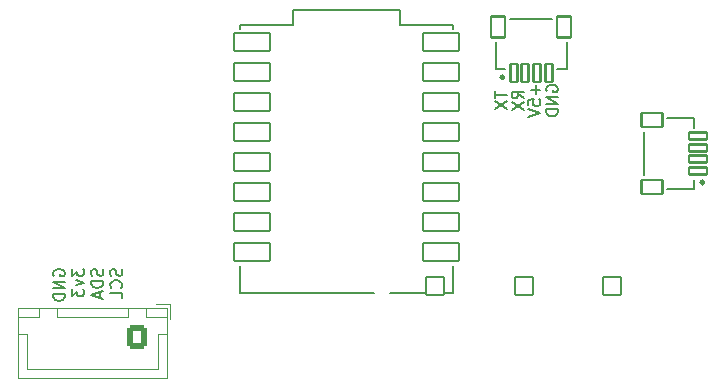
<source format=gbr>
%TF.GenerationSoftware,KiCad,Pcbnew,8.0.3*%
%TF.CreationDate,2024-10-26T21:30:25-07:00*%
%TF.ProjectId,oled_controller,6f6c6564-5f63-46f6-9e74-726f6c6c6572,rev?*%
%TF.SameCoordinates,Original*%
%TF.FileFunction,Legend,Bot*%
%TF.FilePolarity,Positive*%
%FSLAX46Y46*%
G04 Gerber Fmt 4.6, Leading zero omitted, Abs format (unit mm)*
G04 Created by KiCad (PCBNEW 8.0.3) date 2024-10-26 21:30:25*
%MOMM*%
%LPD*%
G01*
G04 APERTURE LIST*
G04 Aperture macros list*
%AMRoundRect*
0 Rectangle with rounded corners*
0 $1 Rounding radius*
0 $2 $3 $4 $5 $6 $7 $8 $9 X,Y pos of 4 corners*
0 Add a 4 corners polygon primitive as box body*
4,1,4,$2,$3,$4,$5,$6,$7,$8,$9,$2,$3,0*
0 Add four circle primitives for the rounded corners*
1,1,$1+$1,$2,$3*
1,1,$1+$1,$4,$5*
1,1,$1+$1,$6,$7*
1,1,$1+$1,$8,$9*
0 Add four rect primitives between the rounded corners*
20,1,$1+$1,$2,$3,$4,$5,0*
20,1,$1+$1,$4,$5,$6,$7,0*
20,1,$1+$1,$6,$7,$8,$9,0*
20,1,$1+$1,$8,$9,$2,$3,0*%
G04 Aperture macros list end*
%ADD10C,0.150000*%
%ADD11C,0.127000*%
%ADD12C,0.300000*%
%ADD13C,0.120000*%
%ADD14C,1.000000*%
%ADD15RoundRect,0.102000X1.512500X0.762000X-1.512500X0.762000X-1.512500X-0.762000X1.512500X-0.762000X0*%
%ADD16RoundRect,0.102000X-0.600000X-0.900000X0.600000X-0.900000X0.600000X0.900000X-0.600000X0.900000X0*%
%ADD17RoundRect,0.102000X-0.300000X-0.775000X0.300000X-0.775000X0.300000X0.775000X-0.300000X0.775000X0*%
%ADD18C,3.200000*%
%ADD19RoundRect,0.102000X-0.754000X0.754000X-0.754000X-0.754000X0.754000X-0.754000X0.754000X0.754000X0*%
%ADD20C,1.712000*%
%ADD21R,1.700000X1.700000*%
%ADD22O,1.700000X1.700000*%
%ADD23RoundRect,0.250000X0.600000X0.725000X-0.600000X0.725000X-0.600000X-0.725000X0.600000X-0.725000X0*%
%ADD24O,1.700000X1.950000*%
%ADD25RoundRect,0.102000X0.775000X-0.300000X0.775000X0.300000X-0.775000X0.300000X-0.775000X-0.300000X0*%
%ADD26RoundRect,0.102000X0.900000X-0.600000X0.900000X0.600000X-0.900000X0.600000X-0.900000X-0.600000X0*%
G04 APERTURE END LIST*
D10*
X98854819Y-56738095D02*
X98854819Y-57309523D01*
X99854819Y-57023809D02*
X98854819Y-57023809D01*
X98854819Y-57547619D02*
X99854819Y-58214285D01*
X98854819Y-58214285D02*
X99854819Y-57547619D01*
X101254819Y-57333333D02*
X100778628Y-57000000D01*
X101254819Y-56761905D02*
X100254819Y-56761905D01*
X100254819Y-56761905D02*
X100254819Y-57142857D01*
X100254819Y-57142857D02*
X100302438Y-57238095D01*
X100302438Y-57238095D02*
X100350057Y-57285714D01*
X100350057Y-57285714D02*
X100445295Y-57333333D01*
X100445295Y-57333333D02*
X100588152Y-57333333D01*
X100588152Y-57333333D02*
X100683390Y-57285714D01*
X100683390Y-57285714D02*
X100731009Y-57238095D01*
X100731009Y-57238095D02*
X100778628Y-57142857D01*
X100778628Y-57142857D02*
X100778628Y-56761905D01*
X100254819Y-57666667D02*
X101254819Y-58333333D01*
X100254819Y-58333333D02*
X101254819Y-57666667D01*
X102273866Y-56214286D02*
X102273866Y-56976191D01*
X102654819Y-56595238D02*
X101892914Y-56595238D01*
X101654819Y-57928571D02*
X101654819Y-57452381D01*
X101654819Y-57452381D02*
X102131009Y-57404762D01*
X102131009Y-57404762D02*
X102083390Y-57452381D01*
X102083390Y-57452381D02*
X102035771Y-57547619D01*
X102035771Y-57547619D02*
X102035771Y-57785714D01*
X102035771Y-57785714D02*
X102083390Y-57880952D01*
X102083390Y-57880952D02*
X102131009Y-57928571D01*
X102131009Y-57928571D02*
X102226247Y-57976190D01*
X102226247Y-57976190D02*
X102464342Y-57976190D01*
X102464342Y-57976190D02*
X102559580Y-57928571D01*
X102559580Y-57928571D02*
X102607200Y-57880952D01*
X102607200Y-57880952D02*
X102654819Y-57785714D01*
X102654819Y-57785714D02*
X102654819Y-57547619D01*
X102654819Y-57547619D02*
X102607200Y-57452381D01*
X102607200Y-57452381D02*
X102559580Y-57404762D01*
X101654819Y-58261905D02*
X102654819Y-58595238D01*
X102654819Y-58595238D02*
X101654819Y-58928571D01*
X103202438Y-56738095D02*
X103154819Y-56642857D01*
X103154819Y-56642857D02*
X103154819Y-56500000D01*
X103154819Y-56500000D02*
X103202438Y-56357143D01*
X103202438Y-56357143D02*
X103297676Y-56261905D01*
X103297676Y-56261905D02*
X103392914Y-56214286D01*
X103392914Y-56214286D02*
X103583390Y-56166667D01*
X103583390Y-56166667D02*
X103726247Y-56166667D01*
X103726247Y-56166667D02*
X103916723Y-56214286D01*
X103916723Y-56214286D02*
X104011961Y-56261905D01*
X104011961Y-56261905D02*
X104107200Y-56357143D01*
X104107200Y-56357143D02*
X104154819Y-56500000D01*
X104154819Y-56500000D02*
X104154819Y-56595238D01*
X104154819Y-56595238D02*
X104107200Y-56738095D01*
X104107200Y-56738095D02*
X104059580Y-56785714D01*
X104059580Y-56785714D02*
X103726247Y-56785714D01*
X103726247Y-56785714D02*
X103726247Y-56595238D01*
X104154819Y-57214286D02*
X103154819Y-57214286D01*
X103154819Y-57214286D02*
X104154819Y-57785714D01*
X104154819Y-57785714D02*
X103154819Y-57785714D01*
X104154819Y-58261905D02*
X103154819Y-58261905D01*
X103154819Y-58261905D02*
X103154819Y-58500000D01*
X103154819Y-58500000D02*
X103202438Y-58642857D01*
X103202438Y-58642857D02*
X103297676Y-58738095D01*
X103297676Y-58738095D02*
X103392914Y-58785714D01*
X103392914Y-58785714D02*
X103583390Y-58833333D01*
X103583390Y-58833333D02*
X103726247Y-58833333D01*
X103726247Y-58833333D02*
X103916723Y-58785714D01*
X103916723Y-58785714D02*
X104011961Y-58738095D01*
X104011961Y-58738095D02*
X104107200Y-58642857D01*
X104107200Y-58642857D02*
X104154819Y-58500000D01*
X104154819Y-58500000D02*
X104154819Y-58261905D01*
X61477662Y-72360588D02*
X61430043Y-72265350D01*
X61430043Y-72265350D02*
X61430043Y-72122493D01*
X61430043Y-72122493D02*
X61477662Y-71979636D01*
X61477662Y-71979636D02*
X61572900Y-71884398D01*
X61572900Y-71884398D02*
X61668138Y-71836779D01*
X61668138Y-71836779D02*
X61858614Y-71789160D01*
X61858614Y-71789160D02*
X62001471Y-71789160D01*
X62001471Y-71789160D02*
X62191947Y-71836779D01*
X62191947Y-71836779D02*
X62287185Y-71884398D01*
X62287185Y-71884398D02*
X62382424Y-71979636D01*
X62382424Y-71979636D02*
X62430043Y-72122493D01*
X62430043Y-72122493D02*
X62430043Y-72217731D01*
X62430043Y-72217731D02*
X62382424Y-72360588D01*
X62382424Y-72360588D02*
X62334804Y-72408207D01*
X62334804Y-72408207D02*
X62001471Y-72408207D01*
X62001471Y-72408207D02*
X62001471Y-72217731D01*
X62430043Y-72836779D02*
X61430043Y-72836779D01*
X61430043Y-72836779D02*
X62430043Y-73408207D01*
X62430043Y-73408207D02*
X61430043Y-73408207D01*
X62430043Y-73884398D02*
X61430043Y-73884398D01*
X61430043Y-73884398D02*
X61430043Y-74122493D01*
X61430043Y-74122493D02*
X61477662Y-74265350D01*
X61477662Y-74265350D02*
X61572900Y-74360588D01*
X61572900Y-74360588D02*
X61668138Y-74408207D01*
X61668138Y-74408207D02*
X61858614Y-74455826D01*
X61858614Y-74455826D02*
X62001471Y-74455826D01*
X62001471Y-74455826D02*
X62191947Y-74408207D01*
X62191947Y-74408207D02*
X62287185Y-74360588D01*
X62287185Y-74360588D02*
X62382424Y-74265350D01*
X62382424Y-74265350D02*
X62430043Y-74122493D01*
X62430043Y-74122493D02*
X62430043Y-73884398D01*
X63039987Y-71741541D02*
X63039987Y-72360588D01*
X63039987Y-72360588D02*
X63420939Y-72027255D01*
X63420939Y-72027255D02*
X63420939Y-72170112D01*
X63420939Y-72170112D02*
X63468558Y-72265350D01*
X63468558Y-72265350D02*
X63516177Y-72312969D01*
X63516177Y-72312969D02*
X63611415Y-72360588D01*
X63611415Y-72360588D02*
X63849510Y-72360588D01*
X63849510Y-72360588D02*
X63944748Y-72312969D01*
X63944748Y-72312969D02*
X63992368Y-72265350D01*
X63992368Y-72265350D02*
X64039987Y-72170112D01*
X64039987Y-72170112D02*
X64039987Y-71884398D01*
X64039987Y-71884398D02*
X63992368Y-71789160D01*
X63992368Y-71789160D02*
X63944748Y-71741541D01*
X63373320Y-72693922D02*
X64039987Y-72932017D01*
X64039987Y-72932017D02*
X63373320Y-73170112D01*
X63039987Y-73455827D02*
X63039987Y-74074874D01*
X63039987Y-74074874D02*
X63420939Y-73741541D01*
X63420939Y-73741541D02*
X63420939Y-73884398D01*
X63420939Y-73884398D02*
X63468558Y-73979636D01*
X63468558Y-73979636D02*
X63516177Y-74027255D01*
X63516177Y-74027255D02*
X63611415Y-74074874D01*
X63611415Y-74074874D02*
X63849510Y-74074874D01*
X63849510Y-74074874D02*
X63944748Y-74027255D01*
X63944748Y-74027255D02*
X63992368Y-73979636D01*
X63992368Y-73979636D02*
X64039987Y-73884398D01*
X64039987Y-73884398D02*
X64039987Y-73598684D01*
X64039987Y-73598684D02*
X63992368Y-73503446D01*
X63992368Y-73503446D02*
X63944748Y-73455827D01*
X65602312Y-71789160D02*
X65649931Y-71932017D01*
X65649931Y-71932017D02*
X65649931Y-72170112D01*
X65649931Y-72170112D02*
X65602312Y-72265350D01*
X65602312Y-72265350D02*
X65554692Y-72312969D01*
X65554692Y-72312969D02*
X65459454Y-72360588D01*
X65459454Y-72360588D02*
X65364216Y-72360588D01*
X65364216Y-72360588D02*
X65268978Y-72312969D01*
X65268978Y-72312969D02*
X65221359Y-72265350D01*
X65221359Y-72265350D02*
X65173740Y-72170112D01*
X65173740Y-72170112D02*
X65126121Y-71979636D01*
X65126121Y-71979636D02*
X65078502Y-71884398D01*
X65078502Y-71884398D02*
X65030883Y-71836779D01*
X65030883Y-71836779D02*
X64935645Y-71789160D01*
X64935645Y-71789160D02*
X64840407Y-71789160D01*
X64840407Y-71789160D02*
X64745169Y-71836779D01*
X64745169Y-71836779D02*
X64697550Y-71884398D01*
X64697550Y-71884398D02*
X64649931Y-71979636D01*
X64649931Y-71979636D02*
X64649931Y-72217731D01*
X64649931Y-72217731D02*
X64697550Y-72360588D01*
X65649931Y-72789160D02*
X64649931Y-72789160D01*
X64649931Y-72789160D02*
X64649931Y-73027255D01*
X64649931Y-73027255D02*
X64697550Y-73170112D01*
X64697550Y-73170112D02*
X64792788Y-73265350D01*
X64792788Y-73265350D02*
X64888026Y-73312969D01*
X64888026Y-73312969D02*
X65078502Y-73360588D01*
X65078502Y-73360588D02*
X65221359Y-73360588D01*
X65221359Y-73360588D02*
X65411835Y-73312969D01*
X65411835Y-73312969D02*
X65507073Y-73265350D01*
X65507073Y-73265350D02*
X65602312Y-73170112D01*
X65602312Y-73170112D02*
X65649931Y-73027255D01*
X65649931Y-73027255D02*
X65649931Y-72789160D01*
X65364216Y-73741541D02*
X65364216Y-74217731D01*
X65649931Y-73646303D02*
X64649931Y-73979636D01*
X64649931Y-73979636D02*
X65649931Y-74312969D01*
X67212256Y-71789160D02*
X67259875Y-71932017D01*
X67259875Y-71932017D02*
X67259875Y-72170112D01*
X67259875Y-72170112D02*
X67212256Y-72265350D01*
X67212256Y-72265350D02*
X67164636Y-72312969D01*
X67164636Y-72312969D02*
X67069398Y-72360588D01*
X67069398Y-72360588D02*
X66974160Y-72360588D01*
X66974160Y-72360588D02*
X66878922Y-72312969D01*
X66878922Y-72312969D02*
X66831303Y-72265350D01*
X66831303Y-72265350D02*
X66783684Y-72170112D01*
X66783684Y-72170112D02*
X66736065Y-71979636D01*
X66736065Y-71979636D02*
X66688446Y-71884398D01*
X66688446Y-71884398D02*
X66640827Y-71836779D01*
X66640827Y-71836779D02*
X66545589Y-71789160D01*
X66545589Y-71789160D02*
X66450351Y-71789160D01*
X66450351Y-71789160D02*
X66355113Y-71836779D01*
X66355113Y-71836779D02*
X66307494Y-71884398D01*
X66307494Y-71884398D02*
X66259875Y-71979636D01*
X66259875Y-71979636D02*
X66259875Y-72217731D01*
X66259875Y-72217731D02*
X66307494Y-72360588D01*
X67164636Y-73360588D02*
X67212256Y-73312969D01*
X67212256Y-73312969D02*
X67259875Y-73170112D01*
X67259875Y-73170112D02*
X67259875Y-73074874D01*
X67259875Y-73074874D02*
X67212256Y-72932017D01*
X67212256Y-72932017D02*
X67117017Y-72836779D01*
X67117017Y-72836779D02*
X67021779Y-72789160D01*
X67021779Y-72789160D02*
X66831303Y-72741541D01*
X66831303Y-72741541D02*
X66688446Y-72741541D01*
X66688446Y-72741541D02*
X66497970Y-72789160D01*
X66497970Y-72789160D02*
X66402732Y-72836779D01*
X66402732Y-72836779D02*
X66307494Y-72932017D01*
X66307494Y-72932017D02*
X66259875Y-73074874D01*
X66259875Y-73074874D02*
X66259875Y-73170112D01*
X66259875Y-73170112D02*
X66307494Y-73312969D01*
X66307494Y-73312969D02*
X66355113Y-73360588D01*
X67259875Y-74265350D02*
X67259875Y-73789160D01*
X67259875Y-73789160D02*
X66259875Y-73789160D01*
D11*
%TO.C,U3*%
X95265000Y-51140000D02*
X90765000Y-51140000D01*
X90765000Y-51140000D02*
X90765000Y-49840000D01*
X81765000Y-51140000D02*
X81765000Y-49840000D01*
X90765000Y-49840000D02*
X81765000Y-49840000D01*
X95265000Y-51140000D02*
X95265000Y-51440000D01*
X95265000Y-71490000D02*
X95265000Y-73840000D01*
X81765000Y-51140000D02*
X77265000Y-51140000D01*
X77265000Y-51140000D02*
X77265000Y-51440000D01*
X77265000Y-71490000D02*
X77265000Y-73840000D01*
X95265000Y-73840000D02*
X77265000Y-73840000D01*
D12*
%TO.C,J6*%
X99550000Y-55560000D02*
G75*
G02*
X99350000Y-55560000I-100000J0D01*
G01*
X99350000Y-55560000D02*
G75*
G02*
X99550000Y-55560000I100000J0D01*
G01*
D11*
X98900000Y-54850000D02*
X99700000Y-54850000D01*
X98900000Y-52575000D02*
X98900000Y-54850000D01*
X104900000Y-54850000D02*
X104100000Y-54850000D01*
X104900000Y-52575000D02*
X104900000Y-54850000D01*
X103700000Y-50600000D02*
X100100000Y-50600000D01*
D13*
%TO.C,J2*%
X58440000Y-75040000D02*
X58440000Y-81010000D01*
X58440000Y-81010000D02*
X71060000Y-81010000D01*
X58450000Y-75050000D02*
X58450000Y-75800000D01*
X58450000Y-75800000D02*
X60250000Y-75800000D01*
X59200000Y-77300000D02*
X58450000Y-77300000D01*
X59200000Y-80250000D02*
X59200000Y-77300000D01*
X60250000Y-75050000D02*
X58450000Y-75050000D01*
X60250000Y-75800000D02*
X60250000Y-75050000D01*
X61750000Y-75050000D02*
X61750000Y-75800000D01*
X61750000Y-75800000D02*
X67750000Y-75800000D01*
X64750000Y-80250000D02*
X59200000Y-80250000D01*
X64750000Y-80250000D02*
X70300000Y-80250000D01*
X67750000Y-75050000D02*
X61750000Y-75050000D01*
X67750000Y-75800000D02*
X67750000Y-75050000D01*
X69250000Y-75050000D02*
X69250000Y-75800000D01*
X69250000Y-75800000D02*
X71050000Y-75800000D01*
X70300000Y-77300000D02*
X71050000Y-77300000D01*
X70300000Y-80250000D02*
X70300000Y-77300000D01*
X71050000Y-75050000D02*
X69250000Y-75050000D01*
X71050000Y-75800000D02*
X71050000Y-75050000D01*
X71060000Y-75040000D02*
X58440000Y-75040000D01*
X71060000Y-81010000D02*
X71060000Y-75040000D01*
X71350000Y-74750000D02*
X70100000Y-74750000D01*
X71350000Y-76000000D02*
X71350000Y-74750000D01*
D11*
%TO.C,J5*%
X111425000Y-60200000D02*
X111425000Y-63800000D01*
X113400000Y-59000000D02*
X115675000Y-59000000D01*
X113400000Y-65000000D02*
X115675000Y-65000000D01*
X115675000Y-59000000D02*
X115675000Y-59800000D01*
X115675000Y-65000000D02*
X115675000Y-64200000D01*
D12*
X116485000Y-64450000D02*
G75*
G02*
X116285000Y-64450000I-100000J0D01*
G01*
X116285000Y-64450000D02*
G75*
G02*
X116485000Y-64450000I100000J0D01*
G01*
%TD*%
%LPC*%
D14*
%TO.C,S1*%
X97000000Y-65250000D03*
X101500000Y-65250000D03*
%TD*%
D15*
%TO.C,U3*%
X78280000Y-70370000D03*
X78280000Y-67830000D03*
X78280000Y-65290000D03*
X78280000Y-62750000D03*
X78280000Y-60210000D03*
X78280000Y-57670000D03*
X78280000Y-55130000D03*
X78280000Y-52590000D03*
X94250000Y-70370000D03*
X94250000Y-67830000D03*
X94250000Y-65290000D03*
X94250000Y-62750000D03*
X94250000Y-60210000D03*
X94250000Y-57670000D03*
X94250000Y-55130000D03*
X94250000Y-52590000D03*
%TD*%
D16*
%TO.C,J6*%
X104700000Y-51300000D03*
X99100000Y-51300000D03*
D17*
X100400000Y-55175000D03*
X101400000Y-55175000D03*
X102400000Y-55175000D03*
X103400000Y-55175000D03*
%TD*%
D18*
%TO.C,H4*%
X113500000Y-77500000D03*
%TD*%
D19*
%TO.C,B1*%
X93750000Y-73250000D03*
D20*
X93750000Y-79750000D03*
X89250000Y-73250000D03*
X89250000Y-79750000D03*
%TD*%
D19*
%TO.C,B2*%
X101250000Y-73250000D03*
D20*
X101250000Y-79750000D03*
X96750000Y-73250000D03*
X96750000Y-79750000D03*
%TD*%
D18*
%TO.C,H2*%
X113500000Y-54500000D03*
%TD*%
D21*
%TO.C,J7*%
X67420000Y-53500000D03*
D22*
X69960000Y-53500000D03*
X72500000Y-53500000D03*
X75040000Y-53500000D03*
%TD*%
D18*
%TO.C,H1*%
X54250000Y-54500000D03*
%TD*%
D19*
%TO.C,B3*%
X108750000Y-73250000D03*
D20*
X108750000Y-79750000D03*
X104250000Y-73250000D03*
X104250000Y-79750000D03*
%TD*%
D18*
%TO.C,H3*%
X54250000Y-77500000D03*
%TD*%
D23*
%TO.C,J2*%
X68500000Y-77500000D03*
D24*
X66000000Y-77500000D03*
X63500000Y-77500000D03*
X61000000Y-77500000D03*
%TD*%
D25*
%TO.C,J5*%
X116000000Y-63500000D03*
X116000000Y-62500000D03*
X116000000Y-61500000D03*
X116000000Y-60500000D03*
D26*
X112125000Y-64800000D03*
X112125000Y-59200000D03*
%TD*%
%LPD*%
M02*

</source>
